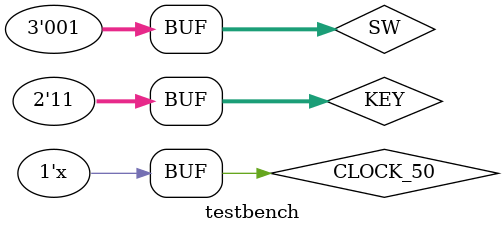
<source format=v>
`timescale 1ns / 1ns

module testbench ( );

	parameter CLOCK_PERIOD = 20; // clock 50

    reg [2:0] SW;
    reg [1:0] KEY;
    reg CLOCK_50;
    wire [9:0] LEDR;

	initial begin
        CLOCK_50 <= 1'b0;
	end // initial
	always @ (*)
	begin : Clock_Generator
		#((CLOCK_PERIOD) / 2) CLOCK_50 <= ~CLOCK_50;
	end
	
	initial begin
        KEY[0] <= 1'b0;
        #10 KEY[0] <= 1'b1;
	end // initial

    // In the setup below we assume that the half_sec_enable signal coming
    // from the half-second clock is asserted every 3 cycles of CLOCK_50. Of
    // course, in the real circuit the half-second clock is asserted every
    // 25M cycles. The setup below produces the Morse code for A (.-) followed
    // by the Morse code for B (-...).
	initial begin
        SW <= 3'b000; KEY[1] = 1; // not pressed;
        #20 KEY[1] <= 0; // pressed
        #10 KEY[1] <= 1; // not pressed
        #190 SW <= 3'b001;
        #10 KEY[1] <= 0; // pressed
        #10 KEY[1] <= 1; // not pressed
	end // initial
	part3 U1 (SW, CLOCK_50, KEY, LEDR);

endmodule

</source>
